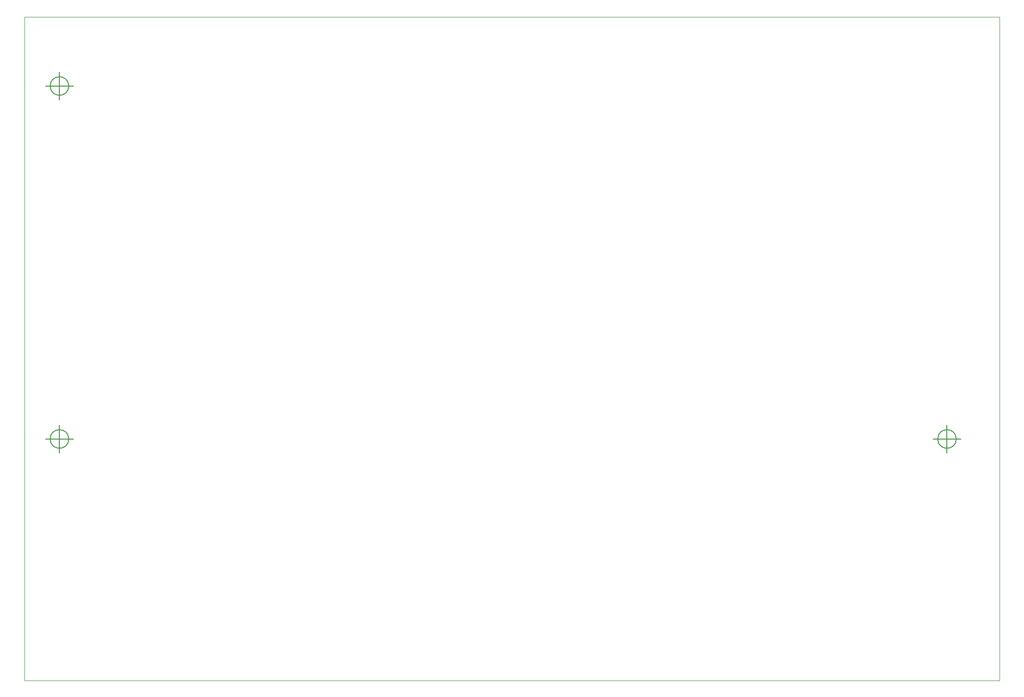
<source format=gbr>
G04 #@! TF.FileFunction,Profile,NP*
%FSLAX46Y46*%
G04 Gerber Fmt 4.6, Leading zero omitted, Abs format (unit mm)*
G04 Created by KiCad (PCBNEW 4.0.4-stable) date 01/23/17 14:10:24*
%MOMM*%
%LPD*%
G01*
G04 APERTURE LIST*
%ADD10C,0.100000*%
%ADD11C,0.025400*%
%ADD12C,0.150000*%
G04 APERTURE END LIST*
D10*
D11*
X221120000Y-23100000D02*
X45780000Y-23100000D01*
X221120000Y-142480000D02*
X221120000Y-23100000D01*
X45780000Y-142480000D02*
X221120000Y-142480000D01*
X45780000Y-23100000D02*
X45780000Y-142480000D01*
D12*
X213350266Y-99060000D02*
G75*
G03X213350266Y-99060000I-1666666J0D01*
G01*
X209183600Y-99060000D02*
X214183600Y-99060000D01*
X211683600Y-96560000D02*
X211683600Y-101560000D01*
X53736666Y-99060000D02*
G75*
G03X53736666Y-99060000I-1666666J0D01*
G01*
X49570000Y-99060000D02*
X54570000Y-99060000D01*
X52070000Y-96560000D02*
X52070000Y-101560000D01*
X53736666Y-35560000D02*
G75*
G03X53736666Y-35560000I-1666666J0D01*
G01*
X49570000Y-35560000D02*
X54570000Y-35560000D01*
X52070000Y-33060000D02*
X52070000Y-38060000D01*
M02*

</source>
